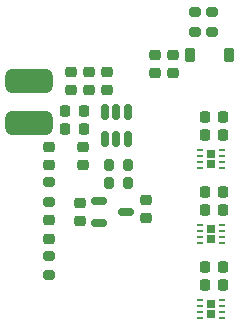
<source format=gbr>
%TF.GenerationSoftware,KiCad,Pcbnew,8.0.2*%
%TF.CreationDate,2024-08-03T15:43:08+02:00*%
%TF.ProjectId,ant control board v1.3,616e7420-636f-46e7-9472-6f6c20626f61,1.1*%
%TF.SameCoordinates,Original*%
%TF.FileFunction,Paste,Bot*%
%TF.FilePolarity,Positive*%
%FSLAX46Y46*%
G04 Gerber Fmt 4.6, Leading zero omitted, Abs format (unit mm)*
G04 Created by KiCad (PCBNEW 8.0.2) date 2024-08-03 15:43:08*
%MOMM*%
%LPD*%
G01*
G04 APERTURE LIST*
G04 Aperture macros list*
%AMRoundRect*
0 Rectangle with rounded corners*
0 $1 Rounding radius*
0 $2 $3 $4 $5 $6 $7 $8 $9 X,Y pos of 4 corners*
0 Add a 4 corners polygon primitive as box body*
4,1,4,$2,$3,$4,$5,$6,$7,$8,$9,$2,$3,0*
0 Add four circle primitives for the rounded corners*
1,1,$1+$1,$2,$3*
1,1,$1+$1,$4,$5*
1,1,$1+$1,$6,$7*
1,1,$1+$1,$8,$9*
0 Add four rect primitives between the rounded corners*
20,1,$1+$1,$2,$3,$4,$5,0*
20,1,$1+$1,$4,$5,$6,$7,0*
20,1,$1+$1,$6,$7,$8,$9,0*
20,1,$1+$1,$8,$9,$2,$3,0*%
G04 Aperture macros list end*
%ADD10RoundRect,0.225000X-0.225000X-0.250000X0.225000X-0.250000X0.225000X0.250000X-0.225000X0.250000X0*%
%ADD11RoundRect,0.225000X-0.250000X0.225000X-0.250000X-0.225000X0.250000X-0.225000X0.250000X0.225000X0*%
%ADD12RoundRect,0.500000X-1.500000X0.500000X-1.500000X-0.500000X1.500000X-0.500000X1.500000X0.500000X0*%
%ADD13RoundRect,0.200000X-0.275000X0.200000X-0.275000X-0.200000X0.275000X-0.200000X0.275000X0.200000X0*%
%ADD14RoundRect,0.150000X-0.512500X-0.150000X0.512500X-0.150000X0.512500X0.150000X-0.512500X0.150000X0*%
%ADD15R,0.750000X0.650000*%
%ADD16RoundRect,0.062500X0.187500X0.062500X-0.187500X0.062500X-0.187500X-0.062500X0.187500X-0.062500X0*%
%ADD17RoundRect,0.200000X0.200000X0.275000X-0.200000X0.275000X-0.200000X-0.275000X0.200000X-0.275000X0*%
%ADD18RoundRect,0.200000X0.275000X-0.200000X0.275000X0.200000X-0.275000X0.200000X-0.275000X-0.200000X0*%
%ADD19RoundRect,0.225000X0.225000X0.250000X-0.225000X0.250000X-0.225000X-0.250000X0.225000X-0.250000X0*%
%ADD20RoundRect,0.150000X-0.150000X0.512500X-0.150000X-0.512500X0.150000X-0.512500X0.150000X0.512500X0*%
%ADD21RoundRect,0.225000X0.250000X-0.225000X0.250000X0.225000X-0.250000X0.225000X-0.250000X-0.225000X0*%
%ADD22RoundRect,0.200000X-0.200000X-0.275000X0.200000X-0.275000X0.200000X0.275000X-0.200000X0.275000X0*%
%ADD23RoundRect,0.225000X-0.225000X-0.375000X0.225000X-0.375000X0.225000X0.375000X-0.225000X0.375000X0*%
G04 APERTURE END LIST*
D10*
%TO.C,C18*%
X142608000Y-83312000D03*
X144158000Y-83312000D03*
%TD*%
D11*
%TO.C,C21*%
X149479000Y-90842800D03*
X149479000Y-92392800D03*
%TD*%
D12*
%TO.C,L1*%
X139573000Y-80772000D03*
X139573000Y-84328000D03*
%TD*%
D11*
%TO.C,C22*%
X143843000Y-91107000D03*
X143843000Y-92657000D03*
%TD*%
D13*
%TO.C,R8*%
X155041600Y-74994000D03*
X155041600Y-76644000D03*
%TD*%
D14*
%TO.C,U3*%
X145499500Y-92832000D03*
X145499500Y-90932000D03*
X147774500Y-91882000D03*
%TD*%
D11*
%TO.C,C20*%
X150241000Y-78600000D03*
X150241000Y-80150000D03*
%TD*%
D15*
%TO.C,U7*%
X154930500Y-87787500D03*
X154930500Y-86987500D03*
D16*
X155880500Y-86637500D03*
X155880500Y-87137500D03*
X155880500Y-87637500D03*
X155880500Y-88137500D03*
X153980500Y-88137500D03*
X153980500Y-87637500D03*
X153980500Y-87137500D03*
X153980500Y-86637500D03*
%TD*%
D11*
%TO.C,C7*%
X146177000Y-79997000D03*
X146177000Y-81547000D03*
%TD*%
D17*
%TO.C,R7*%
X147955000Y-87884000D03*
X146305000Y-87884000D03*
%TD*%
D18*
%TO.C,R11*%
X141224000Y-97243400D03*
X141224000Y-95593400D03*
%TD*%
D11*
%TO.C,C19*%
X151765000Y-78600000D03*
X151765000Y-80150000D03*
%TD*%
%TO.C,C23*%
X141224000Y-86372400D03*
X141224000Y-87922400D03*
%TD*%
D10*
%TO.C,C17*%
X142608000Y-84836000D03*
X144158000Y-84836000D03*
%TD*%
D19*
%TO.C,C28*%
X155959500Y-98055500D03*
X154409500Y-98055500D03*
%TD*%
D10*
%TO.C,C26*%
X154409500Y-90181500D03*
X155959500Y-90181500D03*
%TD*%
D11*
%TO.C,C24*%
X141224000Y-92595400D03*
X141224000Y-94145400D03*
%TD*%
D10*
%TO.C,C27*%
X154409500Y-83831500D03*
X155959500Y-83831500D03*
%TD*%
D20*
%TO.C,U1*%
X145989000Y-83444500D03*
X146939000Y-83444500D03*
X147889000Y-83444500D03*
X147889000Y-85719500D03*
X146939000Y-85719500D03*
X145989000Y-85719500D03*
%TD*%
D21*
%TO.C,C14*%
X144145000Y-87897000D03*
X144145000Y-86347000D03*
%TD*%
D22*
%TO.C,R6*%
X146305000Y-89408000D03*
X147955000Y-89408000D03*
%TD*%
D10*
%TO.C,C25*%
X154409500Y-96531500D03*
X155959500Y-96531500D03*
%TD*%
D15*
%TO.C,U5*%
X154930500Y-100487500D03*
X154930500Y-99687500D03*
D16*
X155880500Y-99337500D03*
X155880500Y-99837500D03*
X155880500Y-100337500D03*
X155880500Y-100837500D03*
X153980500Y-100837500D03*
X153980500Y-100337500D03*
X153980500Y-99837500D03*
X153980500Y-99337500D03*
%TD*%
D18*
%TO.C,R10*%
X141224000Y-91020400D03*
X141224000Y-89370400D03*
%TD*%
D19*
%TO.C,C30*%
X155959500Y-85355500D03*
X154409500Y-85355500D03*
%TD*%
D11*
%TO.C,C5*%
X143129000Y-79997000D03*
X143129000Y-81547000D03*
%TD*%
%TO.C,C6*%
X144653000Y-79997000D03*
X144653000Y-81547000D03*
%TD*%
D13*
%TO.C,R9*%
X153568400Y-74994000D03*
X153568400Y-76644000D03*
%TD*%
D19*
%TO.C,C29*%
X155959500Y-91705500D03*
X154409500Y-91705500D03*
%TD*%
D15*
%TO.C,U6*%
X154930500Y-94137500D03*
X154930500Y-93337500D03*
D16*
X155880500Y-92987500D03*
X155880500Y-93487500D03*
X155880500Y-93987500D03*
X155880500Y-94487500D03*
X153980500Y-94487500D03*
X153980500Y-93987500D03*
X153980500Y-93487500D03*
X153980500Y-92987500D03*
%TD*%
D23*
%TO.C,D2*%
X153213800Y-78613000D03*
X156513800Y-78613000D03*
%TD*%
M02*

</source>
